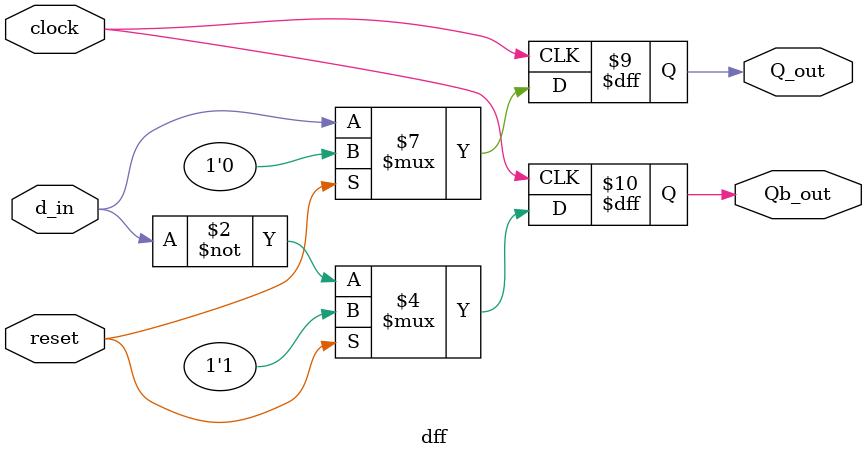
<source format=v>
/********************************************************************************************
Copyright 2019 - Maven Silicon Softech Pvt Ltd. 
 
All Rights Reserved.

This source code is an unpublished work belongs to Maven Silicon Softech Pvt Ltd.

It is not to be shared with or used by any third parties who have not enrolled for our paid training 

courses or received any written authorization from Maven Silicon.


Webpage     :      www.maven-silicon.com

Filename    :	   dff.v   

Description :      Delay Flipflop

Author Name :      Susmita

Version     :      1.0
*********************************************************************************************/
 
module dff(clock,
	   reset,
	   d_in,
	   Q_out,
	   Qb_out);

   //Step1 : Declare Port Directions
 input clock,reset,d_in;
 output reg Q_out,Qb_out;

   /*Understand the Behaviour of D flip-flop &
   check the coding style of synchronous reset*/

  always@(posedge clock)
    begin
	 if(reset) begin
	    Q_out <= 1'b0;
	    Qb_out <= 1'b1;
	 end
      else begin
	    Q_out <= d_in;
	    Qb_out <= ~d_in;
      end		
     end			
 
endmodule          



</source>
